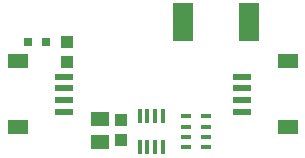
<source format=gbr>
G04 EAGLE Gerber RS-274X export*
G75*
%MOMM*%
%FSLAX34Y34*%
%LPD*%
%INSolderpaste Top*%
%IPPOS*%
%AMOC8*
5,1,8,0,0,1.08239X$1,22.5*%
G01*
%ADD10R,0.400000X1.200000*%
%ADD11R,1.000000X1.075000*%
%ADD12R,1.800000X3.200000*%
%ADD13R,1.500000X1.240000*%
%ADD14R,0.900000X0.450000*%
%ADD15R,1.550000X0.600000*%
%ADD16R,1.800000X1.200000*%
%ADD17R,0.800000X0.800000*%


D10*
X135480Y82850D03*
X135480Y56850D03*
X128980Y82850D03*
X122480Y82850D03*
X115980Y82850D03*
X115980Y56850D03*
X122480Y56850D03*
X128980Y56850D03*
D11*
X100330Y79620D03*
X100330Y62620D03*
D12*
X152340Y162560D03*
X208340Y162560D03*
D13*
X82550Y80620D03*
X82550Y61620D03*
D14*
X172330Y82850D03*
X155330Y82850D03*
X172330Y73850D03*
X172330Y65850D03*
X172330Y56850D03*
X155330Y56850D03*
X155330Y73850D03*
X155330Y65850D03*
D15*
X202190Y96600D03*
X202190Y106600D03*
X202190Y86600D03*
X202190Y116600D03*
D16*
X241190Y73600D03*
X241190Y129600D03*
D15*
X51810Y106600D03*
X51810Y96600D03*
X51810Y116600D03*
X51810Y86600D03*
D16*
X12810Y129600D03*
X12810Y73600D03*
D17*
X21710Y146050D03*
X36710Y146050D03*
D11*
X54610Y128660D03*
X54610Y145660D03*
M02*

</source>
